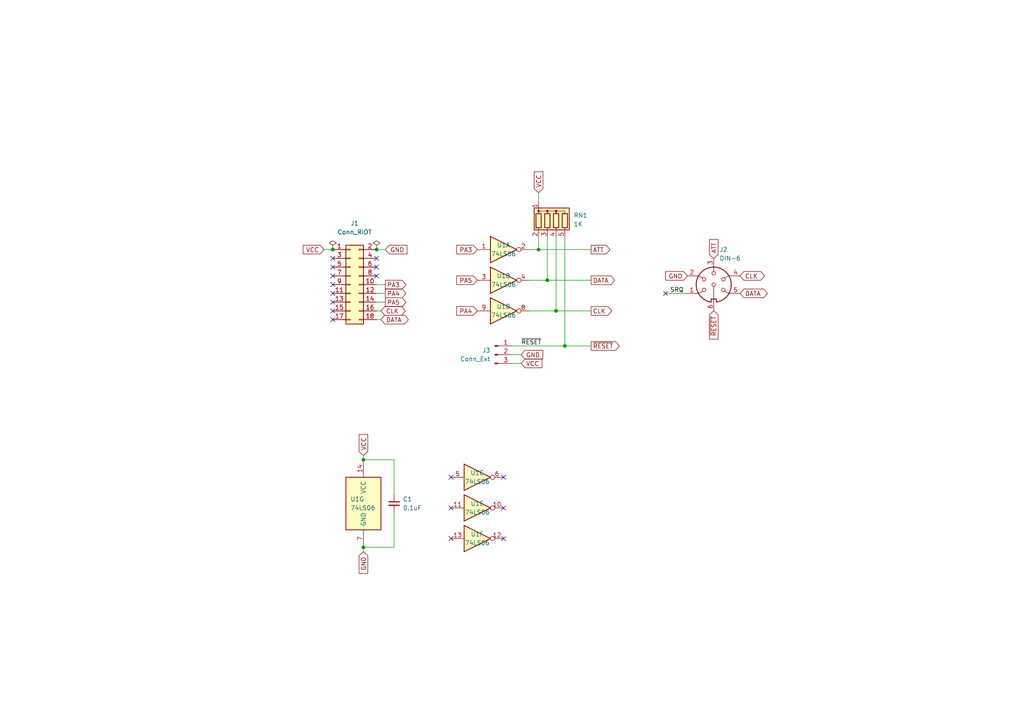
<source format=kicad_sch>
(kicad_sch (version 20230121) (generator eeschema)
  (paper "A4")
  (title_block (title "PAL-1 RIOT IEC Adapter") (date "2024-03-08") (rev "1.0A") (company "Plastic Objects Limited") (comment 1 "Based on a design by D McMurtrie"))
  (lib_symbols
    (symbol "74xx:74LS06" (pin_names (offset 1.016))
      (property "Reference" "U" (at 0 1.27 0))
      (property "Value" "74LS06" (at 0 -1.27 0))
      (symbol "74LS06_1_0"
        (polyline (pts (xy -3.81 3.81) (xy -3.81 -3.81) (xy 3.81 0) (xy -3.81 3.81)) (stroke (width 0.254)) (fill (type background)))
        (pin input line (at -7.62 0 0) (length 3.81) (name "~") (number "1"))
        (pin open_collector inverted (at 7.62 0 180) (length 3.81) (name "~") (number "2"))
      )
      (symbol "74LS06_2_0"
        (polyline (pts (xy -3.81 3.81) (xy -3.81 -3.81) (xy 3.81 0) (xy -3.81 3.81)) (stroke (width 0.254)) (fill (type background)))
        (pin input line (at -7.62 0 0) (length 3.81) (name "~") (number "3"))
        (pin open_collector inverted (at 7.62 0 180) (length 3.81) (name "~") (number "4"))
      )
      (symbol "74LS06_3_0"
        (polyline (pts (xy -3.81 3.81) (xy -3.81 -3.81) (xy 3.81 0) (xy -3.81 3.81)) (stroke (width 0.254)) (fill (type background)))
        (pin input line (at -7.62 0 0) (length 3.81) (name "~") (number "5"))
        (pin open_collector inverted (at 7.62 0 180) (length 3.81) (name "~") (number "6"))
      )
      (symbol "74LS06_4_0"
        (polyline (pts (xy -3.81 3.81) (xy -3.81 -3.81) (xy 3.81 0) (xy -3.81 3.81)) (stroke (width 0.254)) (fill (type background)))
        (pin open_collector inverted (at 7.62 0 180) (length 3.81) (name "~") (number "8"))
        (pin input line (at -7.62 0 0) (length 3.81) (name "~") (number "9"))
      )
      (symbol "74LS06_5_0"
        (polyline (pts (xy -3.81 3.81) (xy -3.81 -3.81) (xy 3.81 0) (xy -3.81 3.81)) (stroke (width 0.254)) (fill (type background)))
        (pin open_collector inverted (at 7.62 0 180) (length 3.81) (name "~") (number "10"))
        (pin input line (at -7.62 0 0) (length 3.81) (name "~") (number "11"))
      )
      (symbol "74LS06_6_0"
        (polyline (pts (xy -3.81 3.81) (xy -3.81 -3.81) (xy 3.81 0) (xy -3.81 3.81)) (stroke (width 0.254)) (fill (type background)))
        (pin open_collector inverted (at 7.62 0 180) (length 3.81) (name "~") (number "12"))
        (pin input line (at -7.62 0 0) (length 3.81) (name "~") (number "13"))
      )
      (symbol "74LS06_7_0"
        (pin power_in line (at 0 12.7 270) (length 5.08) (name "VCC") (number "14"))
        (pin power_in line (at 0 -12.7 90) (length 5.08) (name "GND") (number "7"))
      )
      (symbol "74LS06_7_1"
        (rectangle (start -5.08 7.62) (end 5.08 -7.62) (stroke (width 0.254)) (fill (type background)))
      )
    )
    (symbol "Connector:Conn_01x03_Pin" (pin_names (offset 1.016) hide)
      (property "Reference" "J" (at 0 5.08 0))
      (property "Value" "Conn_01x03_Pin" (at 0 -5.08 0))
      (symbol "Conn_01x03_Pin_1_1"
        (polyline (pts (xy 1.27 -2.54) (xy 0.8636 -2.54)) (stroke (width 0.1524)))
        (polyline (pts (xy 1.27 0) (xy 0.8636 0)) (stroke (width 0.1524)))
        (polyline (pts (xy 1.27 2.54) (xy 0.8636 2.54)) (stroke (width 0.1524)))
        (rectangle (start 0.8636 -2.413) (end 0 -2.667) (stroke (width 0.1524)) (fill (type outline)))
        (rectangle (start 0.8636 0.127) (end 0 -0.127) (stroke (width 0.1524)) (fill (type outline)))
        (rectangle (start 0.8636 2.667) (end 0 2.413) (stroke (width 0.1524)) (fill (type outline)))
        (pin passive line (at 5.08 2.54 180) (length 3.81) (name "Pin_1") (number "1"))
        (pin passive line (at 5.08 0 180) (length 3.81) (name "Pin_2") (number "2"))
        (pin passive line (at 5.08 -2.54 180) (length 3.81) (name "Pin_3") (number "3"))
      )
    )
    (symbol "Connector:DIN-6" (pin_names (offset 1.016))
      (property "Reference" "J" (at 3.175 5.715 0))
      (property "Value" "DIN-6" (at 4.445 -4.445 0))
      (symbol "DIN-6_0_1"
        (arc (start -5.08 0) (mid -3.8609 -3.3364) (end -0.762 -5.08) (stroke (width 0.254)))
        (circle (center -2.794 -1.524) (radius 0.508))
        (circle (center -2.794 1.524) (radius 0.508))
        (polyline (pts (xy 0 -5.08) (xy 0 -0.508)))
        (polyline (pts (xy 0 5.08) (xy 0 3.81)))
        (polyline (pts (xy -5.08 -2.54) (xy -4.318 -2.54) (xy -3.175 -1.905)))
        (polyline (pts (xy -5.08 2.54) (xy -4.318 2.54) (xy -3.175 1.905)))
        (polyline (pts (xy 5.08 -2.54) (xy 4.318 -2.54) (xy 3.175 -1.905)))
        (polyline (pts (xy 5.08 2.54) (xy 4.318 2.54) (xy 3.175 1.905)))
        (polyline (pts (xy -0.762 -4.953) (xy -0.762 -4.191) (xy 0.762 -4.191) (xy 0.762 -4.953)) (stroke (width 0.254)))
        (circle (center 0 0) (radius 0.508))
        (circle (center 0 3.302) (radius 0.508))
        (arc (start 0.762 -5.08) (mid 3.8685 -3.343) (end 5.08 0) (stroke (width 0.254)))
        (circle (center 2.794 -1.524) (radius 0.508))
        (circle (center 2.794 1.524) (radius 0.508))
        (arc (start 5.08 0) (mid 0 5.0579) (end -5.08 0) (stroke (width 0.254)))
      )
      (symbol "DIN-6_1_1"
        (pin passive line (at -7.62 -2.54 0) (length 2.54) (name "~") (number "1"))
        (pin passive line (at -7.62 2.54 0) (length 2.54) (name "~") (number "2"))
        (pin passive line (at 0 7.62 270) (length 2.54) (name "~") (number "3"))
        (pin passive line (at 7.62 2.54 180) (length 2.54) (name "~") (number "4"))
        (pin passive line (at 7.62 -2.54 180) (length 2.54) (name "~") (number "5"))
        (pin passive line (at 0 -7.62 90) (length 2.54) (name "~") (number "6"))
      )
    )
    (symbol "Connector_Generic:Conn_02x09_Odd_Even" (pin_names (offset 1.016) hide)
      (property "Reference" "J" (at 1.27 12.7 0))
      (property "Value" "Conn_02x09_Odd_Even" (at 1.27 -12.7 0))
      (symbol "Conn_02x09_Odd_Even_1_1"
        (rectangle (start -1.27 -10.033) (end 0 -10.287) (stroke (width 0.1524)))
        (rectangle (start -1.27 -7.493) (end 0 -7.747) (stroke (width 0.1524)))
        (rectangle (start -1.27 -4.953) (end 0 -5.207) (stroke (width 0.1524)))
        (rectangle (start -1.27 -2.413) (end 0 -2.667) (stroke (width 0.1524)))
        (rectangle (start -1.27 0.127) (end 0 -0.127) (stroke (width 0.1524)))
        (rectangle (start -1.27 2.667) (end 0 2.413) (stroke (width 0.1524)))
        (rectangle (start -1.27 5.207) (end 0 4.953) (stroke (width 0.1524)))
        (rectangle (start -1.27 7.747) (end 0 7.493) (stroke (width 0.1524)))
        (rectangle (start -1.27 10.287) (end 0 10.033) (stroke (width 0.1524)))
        (rectangle (start -1.27 11.43) (end 3.81 -11.43) (stroke (width 0.254)) (fill (type background)))
        (rectangle (start 3.81 -10.033) (end 2.54 -10.287) (stroke (width 0.1524)))
        (rectangle (start 3.81 -7.493) (end 2.54 -7.747) (stroke (width 0.1524)))
        (rectangle (start 3.81 -4.953) (end 2.54 -5.207) (stroke (width 0.1524)))
        (rectangle (start 3.81 -2.413) (end 2.54 -2.667) (stroke (width 0.1524)))
        (rectangle (start 3.81 0.127) (end 2.54 -0.127) (stroke (width 0.1524)))
        (rectangle (start 3.81 2.667) (end 2.54 2.413) (stroke (width 0.1524)))
        (rectangle (start 3.81 5.207) (end 2.54 4.953) (stroke (width 0.1524)))
        (rectangle (start 3.81 7.747) (end 2.54 7.493) (stroke (width 0.1524)))
        (rectangle (start 3.81 10.287) (end 2.54 10.033) (stroke (width 0.1524)))
        (pin passive line (at -5.08 10.16 0) (length 3.81) (name "Pin_1") (number "1"))
        (pin passive line (at 7.62 0 180) (length 3.81) (name "Pin_10") (number "10"))
        (pin passive line (at -5.08 -2.54 0) (length 3.81) (name "Pin_11") (number "11"))
        (pin passive line (at 7.62 -2.54 180) (length 3.81) (name "Pin_12") (number "12"))
        (pin passive line (at -5.08 -5.08 0) (length 3.81) (name "Pin_13") (number "13"))
        (pin passive line (at 7.62 -5.08 180) (length 3.81) (name "Pin_14") (number "14"))
        (pin passive line (at -5.08 -7.62 0) (length 3.81) (name "Pin_15") (number "15"))
        (pin passive line (at 7.62 -7.62 180) (length 3.81) (name "Pin_16") (number "16"))
        (pin passive line (at -5.08 -10.16 0) (length 3.81) (name "Pin_17") (number "17"))
        (pin passive line (at 7.62 -10.16 180) (length 3.81) (name "Pin_18") (number "18"))
        (pin passive line (at 7.62 10.16 180) (length 3.81) (name "Pin_2") (number "2"))
        (pin passive line (at -5.08 7.62 0) (length 3.81) (name "Pin_3") (number "3"))
        (pin passive line (at 7.62 7.62 180) (length 3.81) (name "Pin_4") (number "4"))
        (pin passive line (at -5.08 5.08 0) (length 3.81) (name "Pin_5") (number "5"))
        (pin passive line (at 7.62 5.08 180) (length 3.81) (name "Pin_6") (number "6"))
        (pin passive line (at -5.08 2.54 0) (length 3.81) (name "Pin_7") (number "7"))
        (pin passive line (at 7.62 2.54 180) (length 3.81) (name "Pin_8") (number "8"))
        (pin passive line (at -5.08 0 0) (length 3.81) (name "Pin_9") (number "9"))
      )
    )
    (symbol "Device:C_Small" (pin_numbers hide) (pin_names (offset 0.254) hide)
      (property "Reference" "C" (at 0.254 1.778 0))
      (property "Value" "C_Small" (at 0.254 -2.032 0))
      (symbol "C_Small_0_1"
        (polyline (pts (xy -1.524 -0.508) (xy 1.524 -0.508)) (stroke (width 0.3302)))
        (polyline (pts (xy -1.524 0.508) (xy 1.524 0.508)) (stroke (width 0.3048)))
      )
      (symbol "C_Small_1_1"
        (pin passive line (at 0 2.54 270) (length 2.032) (name "~") (number "1"))
        (pin passive line (at 0 -2.54 90) (length 2.032) (name "~") (number "2"))
      )
    )
    (symbol "Device:R_Network04" (pin_names (offset 0) hide)
      (property "Reference" "RN" (at -7.62 0 90))
      (property "Value" "R_Network04" (at 5.08 0 90))
      (symbol "R_Network04_0_1"
        (rectangle (start -6.35 -3.175) (end 3.81 3.175) (stroke (width 0.254)) (fill (type background)))
        (rectangle (start -5.842 1.524) (end -4.318 -2.54) (stroke (width 0.254)))
        (circle (center -5.08 2.286) (radius 0.254) (fill (type outline)))
        (rectangle (start -3.302 1.524) (end -1.778 -2.54) (stroke (width 0.254)))
        (circle (center -2.54 2.286) (radius 0.254) (fill (type outline)))
        (rectangle (start -0.762 1.524) (end 0.762 -2.54) (stroke (width 0.254)))
        (polyline (pts (xy -5.08 -2.54) (xy -5.08 -3.81)))
        (polyline (pts (xy -2.54 -2.54) (xy -2.54 -3.81)))
        (polyline (pts (xy 0 -2.54) (xy 0 -3.81)))
        (polyline (pts (xy 2.54 -2.54) (xy 2.54 -3.81)))
        (polyline (pts (xy -5.08 1.524) (xy -5.08 2.286) (xy -2.54 2.286) (xy -2.54 1.524)))
        (polyline (pts (xy -2.54 1.524) (xy -2.54 2.286) (xy 0 2.286) (xy 0 1.524)))
        (polyline (pts (xy 0 1.524) (xy 0 2.286) (xy 2.54 2.286) (xy 2.54 1.524)))
        (circle (center 0 2.286) (radius 0.254) (fill (type outline)))
        (rectangle (start 1.778 1.524) (end 3.302 -2.54) (stroke (width 0.254)))
      )
      (symbol "R_Network04_1_1"
        (pin passive line (at -5.08 5.08 270) (length 2.54) (name "common") (number "1"))
        (pin passive line (at -5.08 -5.08 90) (length 1.27) (name "R1") (number "2"))
        (pin passive line (at -2.54 -5.08 90) (length 1.27) (name "R2") (number "3"))
        (pin passive line (at 0 -5.08 90) (length 1.27) (name "R3") (number "4"))
        (pin passive line (at 2.54 -5.08 90) (length 1.27) (name "R4") (number "5"))
      )
    )
    (symbol "power:PWR_FLAG" (power) (pin_numbers hide) (pin_names (offset 0) hide)
      (property "Value" "PWR_FLAG" (at 0 3.81 0))
      (symbol "PWR_FLAG_0_0"
        (pin power_out line (at 0 0 90) (length 0) (name "pwr") (number "1"))
      )
      (symbol "PWR_FLAG_0_1"
        (polyline (pts (xy 0 0) (xy 0 1.27) (xy -1.016 1.905) (xy 0 2.54) (xy 1.016 1.905) (xy 0 1.27)))
      )
    )
  )
  (junction (at 156.21 72.39))
  (junction (at 109.22 72.39))
  (junction (at 161.29 90.17))
  (junction (at 105.41 133.35))
  (junction (at 105.41 158.75))
  (junction (at 158.75 81.28))
  (junction (at 163.83 100.33))
  (junction (at 96.52 72.39))
  (no_connect (at 146.05 138.43))
  (no_connect (at 96.52 85.09))
  (no_connect (at 96.52 82.55))
  (no_connect (at 109.22 80.01))
  (no_connect (at 109.22 77.47))
  (no_connect (at 146.05 156.21))
  (no_connect (at 96.52 87.63))
  (no_connect (at 130.81 156.21))
  (no_connect (at 96.52 74.93))
  (no_connect (at 109.22 74.93))
  (no_connect (at 146.05 147.32))
  (no_connect (at 193.04 85.09))
  (no_connect (at 130.81 138.43))
  (no_connect (at 96.52 80.01))
  (no_connect (at 96.52 77.47))
  (no_connect (at 96.52 92.71))
  (no_connect (at 96.52 90.17))
  (no_connect (at 130.81 147.32))
  (wire (pts (xy 153.67 90.17) (xy 161.29 90.17)))
  (wire (pts (xy 151.13 102.87) (xy 148.59 102.87)))
  (wire (pts (xy 114.3 133.35) (xy 114.3 143.51)))
  (wire (pts (xy 163.83 100.33) (xy 171.45 100.33)))
  (wire (pts (xy 111.76 87.63) (xy 109.22 87.63)))
  (wire (pts (xy 156.21 72.39) (xy 171.45 72.39)))
  (wire (pts (xy 161.29 90.17) (xy 171.45 90.17)))
  (wire (pts (xy 158.75 81.28) (xy 171.45 81.28)))
  (wire (pts (xy 111.76 82.55) (xy 109.22 82.55)))
  (wire (pts (xy 110.49 90.17) (xy 109.22 90.17)))
  (wire (pts (xy 163.83 100.33) (xy 163.83 68.58)))
  (wire (pts (xy 161.29 90.17) (xy 161.29 68.58)))
  (wire (pts (xy 109.22 72.39) (xy 111.76 72.39)))
  (wire (pts (xy 156.21 55.88) (xy 156.21 58.42)))
  (wire (pts (xy 148.59 100.33) (xy 163.83 100.33)))
  (wire (pts (xy 153.67 81.28) (xy 158.75 81.28)))
  (wire (pts (xy 156.21 68.58) (xy 156.21 72.39)))
  (wire (pts (xy 105.41 160.02) (xy 105.41 158.75)))
  (wire (pts (xy 158.75 81.28) (xy 158.75 68.58)))
  (wire (pts (xy 109.22 92.71) (xy 110.49 92.71)))
  (wire (pts (xy 111.76 85.09) (xy 109.22 85.09)))
  (wire (pts (xy 153.67 72.39) (xy 156.21 72.39)))
  (wire (pts (xy 193.04 85.09) (xy 199.39 85.09)))
  (wire (pts (xy 105.41 132.08) (xy 105.41 133.35)))
  (wire (pts (xy 105.41 158.75) (xy 114.3 158.75)))
  (wire (pts (xy 114.3 158.75) (xy 114.3 148.59)))
  (wire (pts (xy 93.98 72.39) (xy 96.52 72.39)))
  (wire (pts (xy 151.13 105.41) (xy 148.59 105.41)))
  (wire (pts (xy 105.41 133.35) (xy 114.3 133.35)))
  (label "~{RESET}" (at 151.13 100.33 0))
  (label "SRQ" (at 194.31 85.09 0))
  (global_label "CLK" (shape bidirectional) (at 110.49 90.17 0) (property "Intersheetrefs" "${INTERSHEET_REFS}" (effects hide)))
  (global_label "PA5" (shape output) (at 111.76 87.63 0) (property "Intersheetrefs" "${INTERSHEET_REFS}" (effects hide)))
  (global_label "PA5" (shape input) (at 138.43 81.28 180) (property "Intersheetrefs" "${INTERSHEET_REFS}" (effects hide)))
  (global_label "DATA" (shape bidirectional) (at 110.49 92.71 0) (property "Intersheetrefs" "${INTERSHEET_REFS}" (effects hide)))
  (global_label "CLK" (shape output) (at 171.45 90.17 0) (property "Intersheetrefs" "${INTERSHEET_REFS}" (effects hide)))
  (global_label "GND" (shape input) (at 105.41 160.02 270) (property "Intersheetrefs" "${INTERSHEET_REFS}" (effects hide)))
  (global_label "CLK" (shape bidirectional) (at 214.63 80.01 0) (property "Intersheetrefs" "${INTERSHEET_REFS}" (effects hide)))
  (global_label "VCC" (shape input) (at 156.21 55.88 90) (property "Intersheetrefs" "${INTERSHEET_REFS}" (effects hide)))
  (global_label "~{RESET}" (shape output) (at 171.45 100.33 0) (property "Intersheetrefs" "${INTERSHEET_REFS}" (effects hide)))
  (global_label "DATA" (shape output) (at 171.45 81.28 0) (property "Intersheetrefs" "${INTERSHEET_REFS}" (effects hide)))
  (global_label "DATA" (shape bidirectional) (at 214.63 85.09 0) (property "Intersheetrefs" "${INTERSHEET_REFS}" (effects hide)))
  (global_label "PA3" (shape input) (at 138.43 72.39 180) (property "Intersheetrefs" "${INTERSHEET_REFS}" (effects hide)))
  (global_label "ATT" (shape output) (at 171.45 72.39 0) (property "Intersheetrefs" "${INTERSHEET_REFS}" (effects hide)))
  (global_label "VCC" (shape input) (at 93.98 72.39 180) (property "Intersheetrefs" "${INTERSHEET_REFS}" (effects hide)))
  (global_label "VCC" (shape input) (at 105.41 132.08 90) (property "Intersheetrefs" "${INTERSHEET_REFS}" (effects hide)))
  (global_label "GND" (shape input) (at 199.39 80.01 180) (property "Intersheetrefs" "${INTERSHEET_REFS}" (effects hide)))
  (global_label "VCC" (shape input) (at 151.13 105.41 0) (property "Intersheetrefs" "${INTERSHEET_REFS}" (effects hide)))
  (global_label "PA4" (shape output) (at 111.76 85.09 0) (property "Intersheetrefs" "${INTERSHEET_REFS}" (effects hide)))
  (global_label "GND" (shape input) (at 111.76 72.39 0) (property "Intersheetrefs" "${INTERSHEET_REFS}" (effects hide)))
  (global_label "ATT" (shape input) (at 207.01 74.93 90) (property "Intersheetrefs" "${INTERSHEET_REFS}" (effects hide)))
  (global_label "PA3" (shape output) (at 111.76 82.55 0) (property "Intersheetrefs" "${INTERSHEET_REFS}" (effects hide)))
  (global_label "~{RESET}" (shape input) (at 207.01 90.17 270) (property "Intersheetrefs" "${INTERSHEET_REFS}" (effects hide)))
  (global_label "PA4" (shape input) (at 138.43 90.17 180) (property "Intersheetrefs" "${INTERSHEET_REFS}" (effects hide)))
  (global_label "GND" (shape input) (at 151.13 102.87 0) (property "Intersheetrefs" "${INTERSHEET_REFS}" (effects hide)))
  (symbol (lib_id "Connector:DIN-6") (at 207.01 82.55 0) (unit 1)
    (property "Reference" "J2" (at 208.6611 72.39 0) (effects (justify left)))
    (property "Value" "DIN-6" (at 208.6611 74.93 0) (effects (justify left)))
    (property "Footprint" "Commodore:DIN-6" (effects hide))
    (property "Datasheet" "http://www.mouser.com/ds/2/18/40_c091_abd_e-75918.pdf" (effects hide))
  )
  (symbol (lib_id "Device:C_Small") (at 114.3 146.05 0) (unit 1)
    (property "Reference" "C1" (at 116.84 144.7862 0) (effects (justify left)))
    (property "Value" "0.1uF" (at 116.84 147.3262 0) (effects (justify left)))
    (property "Footprint" "Capacitor_THT:C_Disc_D3.0mm_W1.6mm_P2.50mm" (effects hide))
  )
  (symbol (lib_id "74xx:74LS06") (at 138.43 147.32 0) (unit 5)
    (property "Reference" "U1" (at 138.43 146.05 0))
    (property "Value" "74LS06" (at 138.43 148.59 0))
    (property "Datasheet" "http://www.ti.com/lit/gpn/sn74LS06" (effects hide))
  )
  (symbol (lib_id "74xx:74LS06") (at 146.05 90.17 0) (unit 4)
    (property "Reference" "U1" (at 146.05 88.9 0))
    (property "Value" "74LS06" (at 146.05 91.44 0))
    (property "Footprint" "Package_DIP:DIP-14_W7.62mm" (effects hide))
    (property "Datasheet" "http://www.ti.com/lit/gpn/sn74LS06" (effects hide))
  )
  (symbol (lib_id "74xx:74LS06") (at 138.43 138.43 0) (unit 3)
    (property "Reference" "U1" (at 138.43 137.16 0))
    (property "Value" "74LS06" (at 138.43 139.7 0))
    (property "Footprint" "Package_DIP:DIP-14_W7.62mm" (effects hide))
    (property "Datasheet" "http://www.ti.com/lit/gpn/sn74LS06" (effects hide))
  )
  (symbol (lib_id "Connector_Generic:Conn_02x09_Odd_Even") (at 101.6 82.55 0) (unit 1)
    (property "Reference" "J1" (at 102.87 64.77 0))
    (property "Value" "Conn_RIOT" (at 102.87 67.31 0))
    (property "Footprint" "Connector_PinHeader_2.54mm:PinHeader_2x09_P2.54mm_Vertical" (effects hide))
  )
  (symbol (lib_id "74xx:74LS06") (at 138.43 156.21 0) (unit 6)
    (property "Reference" "U1" (at 138.43 154.94 0))
    (property "Value" "74LS06" (at 138.43 157.48 0))
    (property "Footprint" "Package_DIP:DIP-14_W7.62mm" (effects hide))
    (property "Datasheet" "http://www.ti.com/lit/gpn/sn74LS06" (effects hide))
  )
  (symbol (lib_id "74xx:74LS06") (at 146.05 81.28 0) (unit 2)
    (property "Reference" "U1" (at 146.05 80.01 0))
    (property "Value" "74LS06" (at 146.05 82.55 0))
    (property "Footprint" "Package_DIP:DIP-14_W7.62mm" (effects hide))
    (property "Datasheet" "http://www.ti.com/lit/gpn/sn74LS06" (effects hide))
  )
  (symbol (lib_id "Device:R_Network04") (at 161.29 63.5 0) (unit 1)
    (property "Reference" "RN1" (at 166.37 62.484 0) (effects (justify left)))
    (property "Value" "1K" (at 166.37 65.024 0) (effects (justify left)))
    (property "Footprint" "Resistor_THT:R_Array_SIP5" (effects hide))
    (property "Datasheet" "http://www.vishay.com/docs/31509/csc.pdf" (effects hide))
  )
  (symbol (lib_id "power:PWR_FLAG") (at 96.52 72.39 0) (unit 1)
    (property "Reference" "#FLG01" (effects hide))
    (property "Value" "PWR_FLAG" (effects hide))
  )
  (symbol (lib_id "power:PWR_FLAG") (at 109.22 72.39 0) (unit 1)
    (property "Reference" "#FLG02" (effects hide))
    (property "Value" "PWR_FLAG" (effects hide))
  )
  (symbol (lib_id "74xx:74LS06") (at 105.41 146.05 0) (unit 7)
    (property "Reference" "U1" (at 101.6 144.78 0) (effects (justify left)))
    (property "Value" "74LS06" (at 101.6 147.32 0) (effects (justify left)))
    (property "Footprint" "Package_DIP:DIP-14_W7.62mm" (effects hide))
    (property "Datasheet" "http://www.ti.com/lit/gpn/sn74LS06" (effects hide))
  )
  (symbol (lib_id "74xx:74LS06") (at 146.05 72.39 0) (unit 1)
    (property "Reference" "U1" (at 146.05 71.12 0))
    (property "Value" "74LS06" (at 146.05 73.66 0))
    (property "Footprint" "Package_DIP:DIP-14_W7.62mm" (effects hide))
    (property "Datasheet" "http://www.ti.com/lit/gpn/sn74LS06" (effects hide))
  )
  (symbol (lib_id "Connector:Conn_01x03_Pin") (at 143.51 102.87 0) (unit 1)
    (property "Reference" "J3" (at 142.24 101.6 0) (effects (justify right)))
    (property "Value" "Conn_Ext" (at 142.24 104.14 0) (effects (justify right)))
    (property "Footprint" "Connector_PinHeader_2.54mm:PinHeader_1x03_P2.54mm_Vertical" (effects hide))
  )
)
</source>
